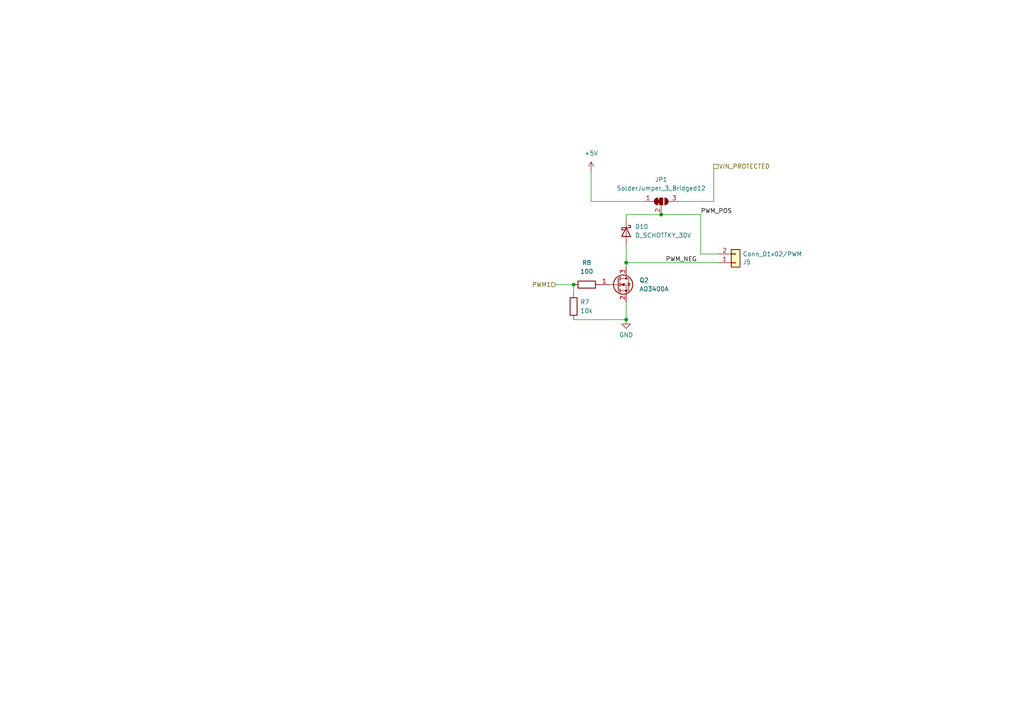
<source format=kicad_sch>
(kicad_sch (version 20230121) (generator eeschema)
  (paper "A4")
  (lib_symbols
    (symbol "Connector_Generic:Conn_01x02" (pin_names (offset 1.016) hide)
      (property "Reference" "J" (at 0 2.54 0))
      (property "Value" "Conn_01x02" (at 0 -5.08 0))
      (symbol "Conn_01x02_1_1"
        (rectangle (start -1.27 -2.413) (end 0 -2.667) (stroke (width 0.1524)))
        (rectangle (start -1.27 0.127) (end 0 -0.127) (stroke (width 0.1524)))
        (rectangle (start -1.27 1.27) (end 1.27 -3.81) (stroke (width 0.254)) (fill (type background)))
        (pin passive line (at -5.08 0 0) (length 3.81) (name "Pin_1") (number "1"))
        (pin passive line (at -5.08 -2.54 0) (length 3.81) (name "Pin_2") (number "2"))
      )
    )
    (symbol "Device:D_Schottky" (pin_numbers hide) (pin_names (offset 1.016) hide)
      (property "Reference" "D" (at 0 2.54 0))
      (property "Value" "D_Schottky" (at 0 -2.54 0))
      (symbol "D_Schottky_0_1"
        (polyline (pts (xy 1.27 0) (xy -1.27 0)))
        (polyline (pts (xy 1.27 1.27) (xy 1.27 -1.27) (xy -1.27 0) (xy 1.27 1.27)) (stroke (width 0.254)))
        (polyline (pts (xy -1.905 0.635) (xy -1.905 1.27) (xy -1.27 1.27) (xy -1.27 -1.27) (xy -0.635 -1.27) (xy -0.635 -0.635)) (stroke (width 0.254)))
      )
      (symbol "D_Schottky_1_1"
        (pin passive line (at -3.81 0 0) (length 2.54) (name "K") (number "1"))
        (pin passive line (at 3.81 0 180) (length 2.54) (name "A") (number "2"))
      )
    )
    (symbol "Device:R" (pin_numbers hide) (pin_names (offset 0))
      (property "Reference" "R" (at 2.032 0 90))
      (property "Value" "R" (at 0 0 90))
      (symbol "R_0_1"
        (rectangle (start -1.016 -2.54) (end 1.016 2.54) (stroke (width 0.254)))
      )
      (symbol "R_1_1"
        (pin passive line (at 0 3.81 270) (length 1.27) (name "~") (number "1"))
        (pin passive line (at 0 -3.81 90) (length 1.27) (name "~") (number "2"))
      )
    )
    (symbol "Jumper:SolderJumper_3_Bridged12" (pin_names (offset 0) hide)
      (property "Reference" "JP" (at -2.54 -2.54 0))
      (property "Value" "SolderJumper_3_Bridged12" (at 0 2.794 0))
      (symbol "SolderJumper_3_Bridged12_0_1"
        (rectangle (start -1.016 0.508) (end -0.508 -0.508) (fill (type outline)))
        (arc (start -1.016 1.016) (mid -2.0276 0) (end -1.016 -1.016))
        (arc (start -1.016 1.016) (mid -2.0276 0) (end -1.016 -1.016) (fill (type outline)))
        (rectangle (start -0.508 1.016) (end 0.508 -1.016) (fill (type outline)))
        (polyline (pts (xy -2.54 0) (xy -2.032 0)))
        (polyline (pts (xy -1.016 1.016) (xy -1.016 -1.016)))
        (polyline (pts (xy 0 -1.27) (xy 0 -1.016)))
        (polyline (pts (xy 1.016 1.016) (xy 1.016 -1.016)))
        (polyline (pts (xy 2.54 0) (xy 2.032 0)))
        (arc (start 1.016 -1.016) (mid 2.0276 0) (end 1.016 1.016))
        (arc (start 1.016 -1.016) (mid 2.0276 0) (end 1.016 1.016) (fill (type outline)))
      )
      (symbol "SolderJumper_3_Bridged12_1_1"
        (pin passive line (at -5.08 0 0) (length 2.54) (name "A") (number "1"))
        (pin passive line (at 0 -3.81 90) (length 2.54) (name "C") (number "2"))
        (pin passive line (at 5.08 0 180) (length 2.54) (name "B") (number "3"))
      )
    )
    (symbol "Transistor_FET:AO3400A" (pin_names hide)
      (property "Reference" "Q" (at 5.08 1.905 0))
      (property "Value" "AO3400A" (at 5.08 0 0))
      (symbol "AO3400A_0_1"
        (polyline (pts (xy 0.254 0) (xy -2.54 0)))
        (polyline (pts (xy 0.254 1.905) (xy 0.254 -1.905)) (stroke (width 0.254)))
        (polyline (pts (xy 0.762 -1.27) (xy 0.762 -2.286)) (stroke (width 0.254)))
        (polyline (pts (xy 0.762 0.508) (xy 0.762 -0.508)) (stroke (width 0.254)))
        (polyline (pts (xy 0.762 2.286) (xy 0.762 1.27)) (stroke (width 0.254)))
        (polyline (pts (xy 2.54 2.54) (xy 2.54 1.778)))
        (polyline (pts (xy 2.54 -2.54) (xy 2.54 0) (xy 0.762 0)))
        (polyline (pts (xy 0.762 -1.778) (xy 3.302 -1.778) (xy 3.302 1.778) (xy 0.762 1.778)))
        (polyline (pts (xy 1.016 0) (xy 2.032 0.381) (xy 2.032 -0.381) (xy 1.016 0)) (fill (type outline)))
        (polyline (pts (xy 2.794 0.508) (xy 2.921 0.381) (xy 3.683 0.381) (xy 3.81 0.254)))
        (polyline (pts (xy 3.302 0.381) (xy 2.921 -0.254) (xy 3.683 -0.254) (xy 3.302 0.381)))
        (circle (center 1.651 0) (radius 2.794) (stroke (width 0.254)))
        (circle (center 2.54 -1.778) (radius 0.254) (fill (type outline)))
        (circle (center 2.54 1.778) (radius 0.254) (fill (type outline)))
      )
      (symbol "AO3400A_1_1"
        (pin input line (at -5.08 0 0) (length 2.54) (name "G") (number "1"))
        (pin passive line (at 2.54 -5.08 90) (length 2.54) (name "S") (number "2"))
        (pin passive line (at 2.54 5.08 270) (length 2.54) (name "D") (number "3"))
      )
    )
    (symbol "power:+5V" (power) (pin_names (offset 0))
      (property "Value" "+5V" (at 0 3.556 0))
      (symbol "+5V_0_1"
        (polyline (pts (xy -0.762 1.27) (xy 0 2.54)))
        (polyline (pts (xy 0 0) (xy 0 2.54)))
        (polyline (pts (xy 0 2.54) (xy 0.762 1.27)))
      )
      (symbol "+5V_1_1"
        (pin power_in line (at 0 0 90) (length 0) hide (name "+5V") (number "1"))
      )
    )
    (symbol "power:GND" (power) (pin_names (offset 0))
      (property "Value" "GND" (at 0 -3.81 0))
      (symbol "GND_0_1"
        (polyline (pts (xy 0 0) (xy 0 -1.27) (xy 1.27 -1.27) (xy 0 -2.54) (xy -1.27 -1.27) (xy 0 -1.27)))
      )
      (symbol "GND_1_1"
        (pin power_in line (at 0 0 270) (length 0) hide (name "GND") (number "1"))
      )
    )
  )
  (junction (at 191.77 62.23))
  (junction (at 181.61 92.71))
  (junction (at 181.61 76.2))
  (junction (at 166.37 82.55))
  (wire (pts (xy 203.2 73.66) (xy 208.28 73.66)))
  (wire (pts (xy 166.37 82.55) (xy 166.37 85.09)))
  (wire (pts (xy 181.61 62.23) (xy 181.61 63.5)))
  (wire (pts (xy 181.61 87.63) (xy 181.61 92.71)))
  (wire (pts (xy 181.61 62.23) (xy 191.77 62.23)))
  (wire (pts (xy 171.45 49.53) (xy 171.45 58.42)))
  (wire (pts (xy 181.61 76.2) (xy 208.28 76.2)))
  (wire (pts (xy 191.77 62.23) (xy 203.2 62.23)))
  (wire (pts (xy 161.29 82.55) (xy 166.37 82.55)))
  (wire (pts (xy 181.61 76.2) (xy 181.61 77.47)))
  (wire (pts (xy 166.37 92.71) (xy 181.61 92.71)))
  (wire (pts (xy 207.01 58.42) (xy 196.85 58.42)))
  (wire (pts (xy 181.61 71.12) (xy 181.61 76.2)))
  (wire (pts (xy 171.45 58.42) (xy 186.69 58.42)))
  (wire (pts (xy 207.01 48.26) (xy 207.01 58.42)))
  (wire (pts (xy 203.2 62.23) (xy 203.2 73.66)))
  (label "PWM_NEG" (at 193.04 76.2 0))
  (label "PWM_POS" (at 203.2 62.23 0))
  (hierarchical_label "VIN_PROTECTED" (shape passive) (at 207.01 48.26 0))
  (hierarchical_label "PWM1" (shape input) (at 161.29 82.55 180))
  (symbol (lib_id "Device:D_Schottky") (at 181.61 67.31 270) (unit 1)
    (property "Reference" "D10" (at 184.15 65.7225 90) (effects (justify left)))
    (property "Value" "D_SCHOTTKY_30V" (at 184.15 68.2625 90) (effects (justify left)))
    (property "Footprint" "Diode_SMD:D_SOD-123" (effects hide))
    (property "Cost" "0.0297" (effects hide))
    (property "LCSC" "C8598" (effects hide))
    (property "Part" "B5819W SL" (effects hide))
  )
  (symbol (lib_id "Transistor_FET:AO3400A") (at 179.07 82.55 0) (unit 1)
    (property "Reference" "Q2" (at 185.42 81.2799 0) (effects (justify left)))
    (property "Value" "AO3400A" (at 185.42 83.8199 0) (effects (justify left)))
    (property "Footprint" "Package_TO_SOT_SMD:SOT-23" (effects hide))
    (property "Datasheet" "http://www.aosmd.com/pdfs/datasheet/AO3400A.pdf" (effects hide))
  )
  (symbol (lib_id "power:+5V") (at 171.45 49.53 0) (unit 1)
    (property "Reference" "#PWR01" (effects hide))
    (property "Value" "+5V" (at 171.45 44.45 0))
  )
  (symbol (lib_id "Connector_Generic:Conn_01x02") (at 213.36 76.2 0) (mirror x) (unit 1)
    (property "Reference" "J5" (at 215.392 75.9968 0) (effects (justify left)))
    (property "Value" "Conn_01x02/PWM" (at 215.392 73.6854 0) (effects (justify left)))
    (property "Footprint" "TerminalBlock:TerminalBlock_Altech_AK300-2_P5.00mm" (effects hide))
    (property "LCSC" "C145961" (effects hide))
    (property "Cost" "0.0552" (effects hide))
    (property "Part" "C145961" (effects hide))
    (instances (project "i2c" (path "" (reference "J5") (unit 1))) (project "esp32-multitool" (path "" (reference "J3") (unit 1)) (path "" (reference "J8") (unit 1))))
  )
  (symbol (lib_id "power:GND") (at 181.61 92.71 0) (unit 1)
    (property "Reference" "#PWR029" (effects hide))
    (property "Value" "GND" (at 181.61 97.155 0))
  )
  (symbol (lib_id "Device:R") (at 166.37 88.9 180) (unit 1)
    (property "Reference" "R7" (at 168.275 87.6299 0) (effects (justify right)))
    (property "Value" "10k" (at 168.275 90.1699 0) (effects (justify right)))
    (property "Footprint" "Resistor_SMD:R_0603_1608Metric" (effects hide))
    (property "Cost" "0.0005" (effects hide))
    (property "LCSC" "0603WAF1002T5E" (effects hide))
    (property "Part" "0603WAF1002T5E" (effects hide))
  )
  (symbol (lib_id "Device:R") (at 170.18 82.55 90) (unit 1)
    (property "Reference" "R8" (at 170.18 76.2 90))
    (property "Value" "100" (at 170.18 78.74 90))
    (property "Footprint" "Resistor_SMD:R_0603_1608Metric" (effects hide))
    (property "Cost" "0.0009" (effects hide))
    (property "LCSC" "C22775" (effects hide))
    (property "Part" "0603WAF1000T5E" (effects hide))
  )
  (symbol (lib_id "Jumper:SolderJumper_3_Bridged12") (at 191.77 58.42 0) (unit 1)
    (property "Reference" "JP1" (at 191.77 52.07 0))
    (property "Value" "SolderJumper_3_Bridged12" (at 191.77 54.61 0))
    (property "Footprint" "Jumper:SolderJumper-3_P1.3mm_Bridged12_Pad1.0x1.5mm_NumberLabels" (effects hide))
  )
)
</source>
